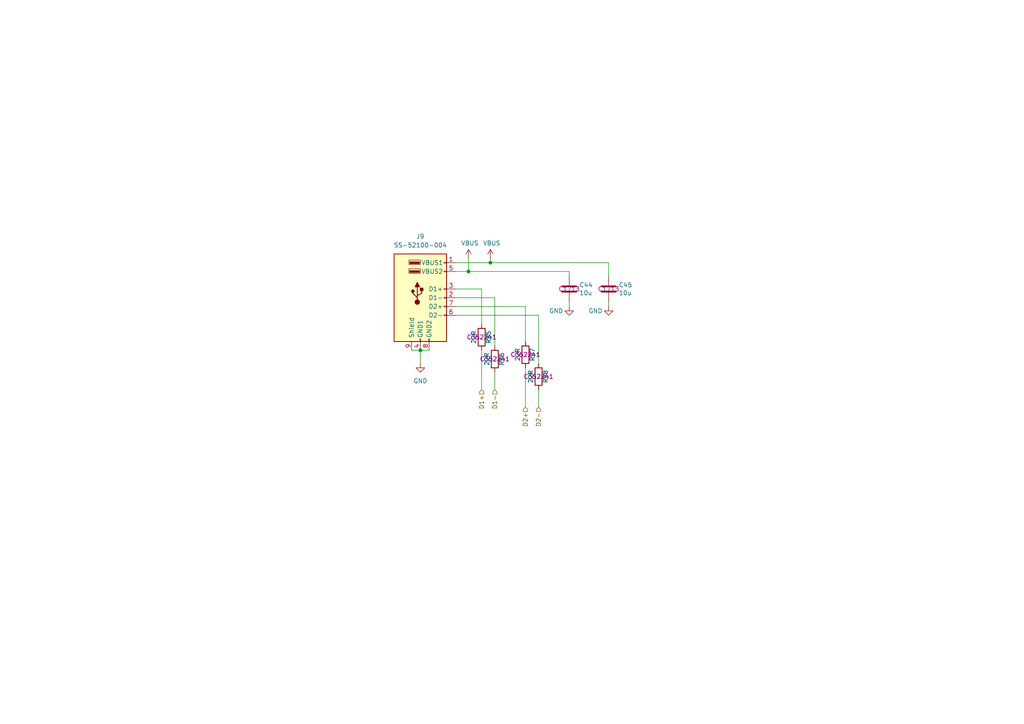
<source format=kicad_sch>
(kicad_sch (version 20250114) (generator "eeschema") (generator_version "9.0")
  (paper "A4")
  (title_block (title "MiniFRANK RM1") (date "2025-04-09") (rev "${VERSION}") (company "Mikhail Matveev") (comment 1 "https://github.com/xtremespb/frank"))
  (lib_symbols
    (symbol "Connector:USB_A_Stacked" (pin_names (offset 1.016))
      (property "Reference" "J" (at 0 15.875 0))
      (property "Value" "USB_A_Stacked" (at 0 13.97 0))
      (symbol "USB_A_Stacked_0_1"
        (rectangle (start -7.62 12.7) (end 7.62 -12.7) (stroke (width 0.254)) (fill (type background)))
        (circle (center -2.159 1.905) (radius 0.381) (stroke (width 0.254)) (fill (type outline)))
        (polyline (pts (xy -1.524 3.175) (xy -0.254 3.175) (xy -0.889 4.445) (xy -1.524 3.175)) (stroke (width 0.254)) (fill (type outline)))
        (polyline (pts (xy -0.889 0) (xy -0.889 0.635) (xy 0.381 1.27) (xy 0.381 2.54)) (stroke (width 0.254)))
        (polyline (pts (xy -0.889 -0.635) (xy -0.889 0) (xy -2.159 1.27) (xy -2.159 1.905)) (stroke (width 0.254)))
        (circle (center -0.889 -1.27) (radius 0.635) (stroke (width 0.254)) (fill (type outline)))
        (rectangle (start -0.254 9.906) (end -3.048 10.414) (fill (type outline)))
        (rectangle (start -0.254 7.366) (end -3.048 7.874) (fill (type outline)))
        (rectangle (start -0.127 -12.7) (end 0.127 -11.938))
        (rectangle (start 0 9.652) (end -3.302 10.922))
        (rectangle (start 0 7.112) (end -3.302 8.382))
        (rectangle (start 0 2.794) (end 0.762 2.032) (stroke (width 0.254)) (fill (type outline)))
        (rectangle (start 2.413 -12.7) (end 2.667 -11.938))
        (rectangle (start 7.62 10.033) (end 6.858 10.287))
        (rectangle (start 7.62 7.493) (end 6.858 7.747))
        (rectangle (start 7.62 2.413) (end 6.858 2.667))
        (rectangle (start 7.62 -0.127) (end 6.858 0.127))
        (rectangle (start 7.62 -2.667) (end 6.858 -2.413))
        (rectangle (start 7.62 -5.207) (end 6.858 -4.953))
      )
      (symbol "USB_A_Stacked_1_1"
        (polyline (pts (xy -0.889 0.635) (xy -0.889 3.175)) (stroke (width 0.254)))
        (pin passive line (at -2.54 -15.24 90) (length 2.54) (name "Shield") (number "9"))
        (pin power_in line (at 0 -15.24 90) (length 2.54) (name "GND1") (number "4"))
        (pin power_in line (at 2.54 -15.24 90) (length 2.54) (name "GND2") (number "8"))
        (pin power_in line (at 10.16 10.16 180) (length 2.54) (name "VBUS1") (number "1"))
        (pin power_in line (at 10.16 7.62 180) (length 2.54) (name "VBUS2") (number "5"))
        (pin bidirectional line (at 10.16 2.54 180) (length 2.54) (name "D1+") (number "3"))
        (pin bidirectional line (at 10.16 0 180) (length 2.54) (name "D1-") (number "2"))
        (pin bidirectional line (at 10.16 -2.54 180) (length 2.54) (name "D2+") (number "7"))
        (pin bidirectional line (at 10.16 -5.08 180) (length 2.54) (name "D2-") (number "6"))
      )
    )
    (symbol "Device:C" (pin_numbers (hide yes)) (pin_names (offset 0.254))
      (property "Reference" "C" (at 0.635 2.54 0))
      (property "Value" "C" (at 0.635 -2.54 0))
      (symbol "C_0_1"
        (polyline (pts (xy -2.032 0.762) (xy 2.032 0.762)) (stroke (width 0.508)))
        (polyline (pts (xy -2.032 -0.762) (xy 2.032 -0.762)) (stroke (width 0.508)))
      )
      (symbol "C_1_1"
        (pin passive line (at 0 3.81 270) (length 2.794) (name "~") (number "1"))
        (pin passive line (at 0 -3.81 90) (length 2.794) (name "~") (number "2"))
      )
    )
    (symbol "Device:R" (pin_numbers (hide yes)) (pin_names (offset 0))
      (property "Reference" "R" (at 2.032 0 90))
      (property "Value" "R" (at 0 0 90))
      (symbol "R_0_1"
        (rectangle (start -1.016 -2.54) (end 1.016 2.54) (stroke (width 0.254)))
      )
      (symbol "R_1_1"
        (pin passive line (at 0 3.81 270) (length 1.27) (name "~") (number "1"))
        (pin passive line (at 0 -3.81 90) (length 1.27) (name "~") (number "2"))
      )
    )
    (symbol "GND_1" (power) (pin_numbers (hide yes)) (pin_names (offset 0) (hide yes))
      (property "Value" "GND" (at 0 -3.81 0))
      (symbol "GND_1_0_1"
        (polyline (pts (xy 0 0) (xy 0 -1.27) (xy 1.27 -1.27) (xy 0 -2.54) (xy -1.27 -1.27) (xy 0 -1.27)))
      )
      (symbol "GND_1_1_1"
        (pin power_in line (at 0 0 270) (length 0) (name "~") (number "1"))
      )
    )
    (symbol "GND_2" (power) (pin_numbers (hide yes)) (pin_names (offset 0) (hide yes))
      (property "Value" "GND" (at 0 -3.81 0))
      (symbol "GND_2_0_1"
        (polyline (pts (xy 0 0) (xy 0 -1.27) (xy 1.27 -1.27) (xy 0 -2.54) (xy -1.27 -1.27) (xy 0 -1.27)))
      )
      (symbol "GND_2_1_1"
        (pin power_in line (at 0 0 270) (length 0) (name "~") (number "1"))
      )
    )
    (symbol "VBUS_1" (power) (pin_numbers (hide yes)) (pin_names (offset 0) (hide yes))
      (property "Value" "VBUS" (at 0 3.556 0))
      (symbol "VBUS_1_0_1"
        (polyline (pts (xy -0.762 1.27) (xy 0 2.54)))
        (polyline (pts (xy 0 2.54) (xy 0.762 1.27)))
        (polyline (pts (xy 0 0) (xy 0 2.54)))
      )
      (symbol "VBUS_1_1_1"
        (pin power_in line (at 0 0 90) (length 0) (name "~") (number "1"))
      )
    )
    (symbol "power:GND" (power) (pin_numbers (hide yes)) (pin_names (offset 0) (hide yes))
      (property "Value" "GND" (at 0 -3.81 0))
      (symbol "GND_0_1"
        (polyline (pts (xy 0 0) (xy 0 -1.27) (xy 1.27 -1.27) (xy 0 -2.54) (xy -1.27 -1.27) (xy 0 -1.27)))
      )
      (symbol "GND_1_1"
        (pin power_in line (at 0 0 270) (length 0) (name "~") (number "1"))
      )
    )
    (symbol "power:VBUS" (power) (pin_numbers (hide yes)) (pin_names (offset 0) (hide yes))
      (property "Value" "VBUS" (at 0 3.556 0))
      (symbol "VBUS_0_1"
        (polyline (pts (xy -0.762 1.27) (xy 0 2.54)))
        (polyline (pts (xy 0 2.54) (xy 0.762 1.27)))
        (polyline (pts (xy 0 0) (xy 0 2.54)))
      )
      (symbol "VBUS_1_1"
        (pin power_in line (at 0 0 90) (length 0) (name "~") (number "1"))
      )
    )
  )
  (junction (at 142.24 76.2))
  (junction (at 135.89 78.74))
  (junction (at 121.92 101.6))
  (wire (pts (xy 142.24 74.93) (xy 142.24 76.2)))
  (wire (pts (xy 139.7 83.82) (xy 139.7 93.98)))
  (wire (pts (xy 132.08 91.44) (xy 156.21 91.44)))
  (wire (pts (xy 132.08 88.9) (xy 152.4 88.9)))
  (wire (pts (xy 135.89 78.74) (xy 165.1 78.74)))
  (wire (pts (xy 139.7 101.6) (xy 139.7 113.03)))
  (wire (pts (xy 165.1 87.63) (xy 165.1 88.9)))
  (wire (pts (xy 156.21 91.44) (xy 156.21 105.41)))
  (wire (pts (xy 176.53 87.63) (xy 176.53 88.9)))
  (wire (pts (xy 119.38 101.6) (xy 121.92 101.6)))
  (wire (pts (xy 143.51 86.36) (xy 143.51 100.33)))
  (wire (pts (xy 152.4 106.68) (xy 152.4 118.11)))
  (wire (pts (xy 165.1 78.74) (xy 165.1 80.01)))
  (wire (pts (xy 121.92 101.6) (xy 121.92 105.41)))
  (wire (pts (xy 132.08 86.36) (xy 143.51 86.36)))
  (wire (pts (xy 176.53 80.01) (xy 176.53 76.2)))
  (wire (pts (xy 156.21 113.03) (xy 156.21 118.11)))
  (wire (pts (xy 121.92 101.6) (xy 124.46 101.6)))
  (wire (pts (xy 135.89 74.93) (xy 135.89 78.74)))
  (wire (pts (xy 142.24 76.2) (xy 176.53 76.2)))
  (wire (pts (xy 132.08 78.74) (xy 135.89 78.74)))
  (wire (pts (xy 143.51 107.95) (xy 143.51 113.03)))
  (wire (pts (xy 132.08 76.2) (xy 142.24 76.2)))
  (wire (pts (xy 132.08 83.82) (xy 139.7 83.82)))
  (wire (pts (xy 152.4 88.9) (xy 152.4 99.06)))
  (hierarchical_label "D2+" (shape input) (at 152.4 118.11 270))
  (hierarchical_label "D1-" (shape input) (at 143.51 113.03 270))
  (hierarchical_label "D1+" (shape input) (at 139.7 113.03 270))
  (hierarchical_label "D2-" (shape input) (at 156.21 118.11 270))
  (symbol (lib_id "Connector:USB_A_Stacked") (at 121.92 86.36 0) (unit 1)
    (property "Reference" "J9" (at 121.92 68.58 0))
    (property "Value" "SS-52100-004" (at 121.92 71.12 0))
    (property "Footprint" "FRANK:USB Type A (stacked)" (effects (hide yes)))
    (property "Datasheet" "https://www.belfuse.com/resources/datasheets/stewartconnector/ds-stw-usb-2.0-and-3.0-connectors.pdf" (effects (hide yes)))
    (property "Description" "USB Type A connector, stacked" (effects (hide yes)))
    (property "AliExpress" "https://www.aliexpress.com/item/1005007077769791.html" (effects (hide yes)))
  )
  (symbol (lib_id "Device:C") (at 165.1 83.82 0) (unit 1)
    (property "Reference" "C44" (at 168.021 82.6516 0) (effects (justify left)))
    (property "Value" "10u" (at 168.021 84.963 0) (effects (justify left)))
    (property "Footprint" "FRANK:Capacitor (0805)" (effects (hide yes)))
    (property "Datasheet" "https://eu.mouser.com/datasheet/2/447/KEM_C1075_X7R_HT_SMD-3316221.pdf" (effects (hide yes)))
    (property "AliExpress" "https://www.aliexpress.com/item/33008008276.html" (effects (hide yes)))
    (property "LCSC" "C1713" (at 165.1 83.82 0))
  )
  (symbol (lib_id "Device:R") (at 143.51 104.14 0) (mirror x) (unit 1)
    (property "Reference" "R56" (at 145.542 104.14 90))
    (property "Value" "22R" (at 141.224 104.14 90))
    (property "Footprint" "FRANK:Resistor (0805)" (effects (hide yes)))
    (property "Datasheet" "https://www.vishay.com/docs/28952/mcs0402at-mct0603at-mcu0805at-mca1206at.pdf" (effects (hide yes)))
    (property "AliExpress" "https://www.aliexpress.com/item/1005005945735199.html" (effects (hide yes)))
    (property "LCSC" "C352241" (at 143.51 104.14 0))
  )
  (symbol (lib_id "Device:C") (at 176.53 83.82 0) (unit 1)
    (property "Reference" "C45" (at 179.451 82.6516 0) (effects (justify left)))
    (property "Value" "10u" (at 179.451 84.963 0) (effects (justify left)))
    (property "Footprint" "FRANK:Capacitor (0805)" (effects (hide yes)))
    (property "Datasheet" "https://eu.mouser.com/datasheet/2/447/KEM_C1075_X7R_HT_SMD-3316221.pdf" (effects (hide yes)))
    (property "AliExpress" "https://www.aliexpress.com/item/33008008276.html" (effects (hide yes)))
    (property "LCSC" "C1713" (at 176.53 83.82 0))
  )
  (symbol (lib_name "VBUS_1") (lib_id "power:VBUS") (at 135.89 74.93 0) (unit 1)
    (property "Reference" "#PWR063" (effects (hide yes)))
    (property "Value" "VBUS" (at 136.271 70.5358 0))
    (property "Description" "Power symbol creates a global label with name \"VBUS\"" (effects (hide yes)))
  )
  (symbol (lib_id "power:GND") (at 165.1 88.9 0) (unit 1)
    (property "Reference" "#PWR065" (effects (hide yes)))
    (property "Value" "GND" (at 161.29 90.17 0))
    (property "Description" "Power symbol creates a global label with name \"GND\" , ground" (effects (hide yes)))
  )
  (symbol (lib_id "Device:R") (at 152.4 102.87 0) (mirror x) (unit 1)
    (property "Reference" "R57" (at 154.432 102.87 90))
    (property "Value" "22R" (at 150.114 102.87 90))
    (property "Footprint" "FRANK:Resistor (0805)" (effects (hide yes)))
    (property "Datasheet" "https://www.vishay.com/docs/28952/mcs0402at-mct0603at-mcu0805at-mca1206at.pdf" (effects (hide yes)))
    (property "AliExpress" "https://www.aliexpress.com/item/1005005945735199.html" (effects (hide yes)))
    (property "LCSC" "C352241" (at 152.4 102.87 0))
  )
  (symbol (lib_name "GND_2") (lib_id "power:GND") (at 176.53 88.9 0) (unit 1)
    (property "Reference" "#PWR066" (effects (hide yes)))
    (property "Value" "GND" (at 172.72 90.17 0))
    (property "Description" "Power symbol creates a global label with name \"GND\" , ground" (effects (hide yes)))
  )
  (symbol (lib_id "Device:R") (at 139.7 97.79 0) (mirror x) (unit 1)
    (property "Reference" "R55" (at 141.732 97.79 90))
    (property "Value" "22R" (at 137.414 97.79 90))
    (property "Footprint" "FRANK:Resistor (0805)" (effects (hide yes)))
    (property "Datasheet" "https://www.vishay.com/docs/28952/mcs0402at-mct0603at-mcu0805at-mca1206at.pdf" (effects (hide yes)))
    (property "AliExpress" "https://www.aliexpress.com/item/1005005945735199.html" (effects (hide yes)))
    (property "LCSC" "C352241" (at 139.7 97.79 0))
  )
  (symbol (lib_id "power:VBUS") (at 142.24 74.93 0) (unit 1)
    (property "Reference" "#PWR064" (effects (hide yes)))
    (property "Value" "VBUS" (at 142.621 70.5358 0))
    (property "Description" "Power symbol creates a global label with name \"VBUS\"" (effects (hide yes)))
  )
  (symbol (lib_name "GND_1") (lib_id "power:GND") (at 121.92 105.41 0) (unit 1)
    (property "Reference" "#PWR067" (effects (hide yes)))
    (property "Value" "GND" (at 121.92 110.49 0))
    (property "Description" "Power symbol creates a global label with name \"GND\" , ground" (effects (hide yes)))
  )
  (symbol (lib_id "Device:R") (at 156.21 109.22 0) (mirror x) (unit 1)
    (property "Reference" "R58" (at 158.242 109.22 90))
    (property "Value" "22R" (at 153.924 109.22 90))
    (property "Footprint" "FRANK:Resistor (0805)" (effects (hide yes)))
    (property "Datasheet" "https://www.vishay.com/docs/28952/mcs0402at-mct0603at-mcu0805at-mca1206at.pdf" (effects (hide yes)))
    (property "AliExpress" "https://www.aliexpress.com/item/1005005945735199.html" (effects (hide yes)))
    (property "LCSC" "C352241" (at 156.21 109.22 0))
  )
)
</source>
